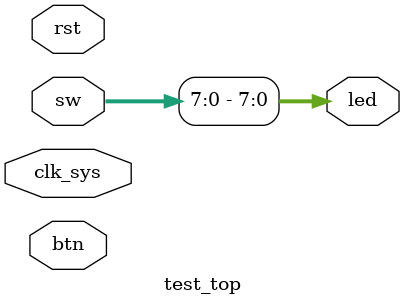
<source format=sv>
module test_top #(
    parameter logic RST_ACTIVE_HIGH = 1'b1
) (
    input logic clk_sys, //clock signal
    input logic rst, //external reset button

    output logic [7 : 0] led,
    input logic [4:0] btn,
    input logic [15:0] sw

);

    logic rst_gen;

    assign rst_gen = ~rst;//RST_ACTIVE_HIGH?~rst:rst;
    
    
    logic clk;

    clk_div clock_div_inst(
       .clk_out1(clk),
       .reset(rst_gen),
       .locked(),
       .clk_in1(clk_sys)
   );

   assign led = sw[7:0];


endmodule
</source>
